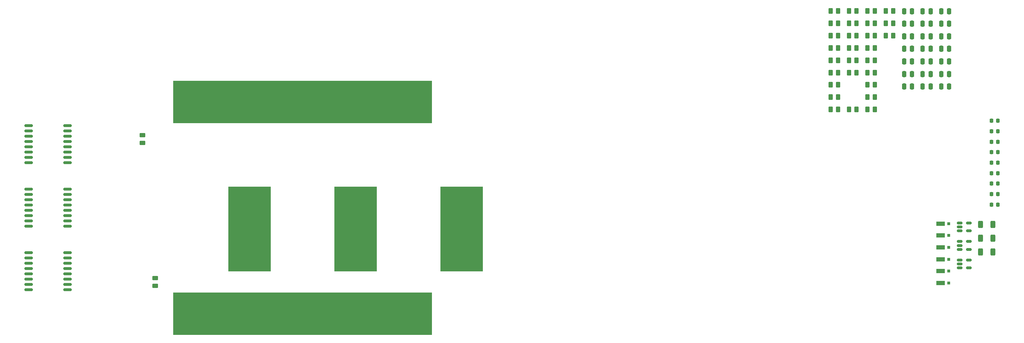
<source format=gbr>
%TF.GenerationSoftware,KiCad,Pcbnew,(7.0.0-0)*%
%TF.CreationDate,2023-06-28T09:11:27-07:00*%
%TF.ProjectId,Power Stage,506f7765-7220-4537-9461-67652e6b6963,rev?*%
%TF.SameCoordinates,Original*%
%TF.FileFunction,Soldermask,Top*%
%TF.FilePolarity,Negative*%
%FSLAX46Y46*%
G04 Gerber Fmt 4.6, Leading zero omitted, Abs format (unit mm)*
G04 Created by KiCad (PCBNEW (7.0.0-0)) date 2023-06-28 09:11:27*
%MOMM*%
%LPD*%
G01*
G04 APERTURE LIST*
G04 Aperture macros list*
%AMRoundRect*
0 Rectangle with rounded corners*
0 $1 Rounding radius*
0 $2 $3 $4 $5 $6 $7 $8 $9 X,Y pos of 4 corners*
0 Add a 4 corners polygon primitive as box body*
4,1,4,$2,$3,$4,$5,$6,$7,$8,$9,$2,$3,0*
0 Add four circle primitives for the rounded corners*
1,1,$1+$1,$2,$3*
1,1,$1+$1,$4,$5*
1,1,$1+$1,$6,$7*
1,1,$1+$1,$8,$9*
0 Add four rect primitives between the rounded corners*
20,1,$1+$1,$2,$3,$4,$5,0*
20,1,$1+$1,$4,$5,$6,$7,0*
20,1,$1+$1,$6,$7,$8,$9,0*
20,1,$1+$1,$8,$9,$2,$3,0*%
G04 Aperture macros list end*
%ADD10RoundRect,0.150000X-0.512500X-0.150000X0.512500X-0.150000X0.512500X0.150000X-0.512500X0.150000X0*%
%ADD11RoundRect,0.150000X-0.875000X-0.150000X0.875000X-0.150000X0.875000X0.150000X-0.875000X0.150000X0*%
%ADD12RoundRect,0.250000X-0.262500X-0.450000X0.262500X-0.450000X0.262500X0.450000X-0.262500X0.450000X0*%
%ADD13RoundRect,0.250000X-0.450000X0.262500X-0.450000X-0.262500X0.450000X-0.262500X0.450000X0.262500X0*%
%ADD14RoundRect,0.250000X-0.312500X-0.625000X0.312500X-0.625000X0.312500X0.625000X-0.312500X0.625000X0*%
%ADD15R,2.000000X1.100000*%
%ADD16R,0.800000X0.800000*%
%ADD17RoundRect,0.250000X-0.250000X-0.475000X0.250000X-0.475000X0.250000X0.475000X-0.250000X0.475000X0*%
%ADD18RoundRect,0.225000X-0.225000X-0.250000X0.225000X-0.250000X0.225000X0.250000X-0.225000X0.250000X0*%
G04 APERTURE END LIST*
G36*
X172212000Y-71120000D02*
G01*
X234188000Y-71120000D01*
X234188000Y-81280000D01*
X172212000Y-81280000D01*
X172212000Y-71120000D01*
G37*
G36*
X172212000Y-121920000D02*
G01*
X234188000Y-121920000D01*
X234188000Y-132080000D01*
X172212000Y-132080000D01*
X172212000Y-121920000D01*
G37*
G36*
X236220000Y-96520000D02*
G01*
X246380000Y-96520000D01*
X246380000Y-116840000D01*
X236220000Y-116840000D01*
X236220000Y-96520000D01*
G37*
G36*
X210820000Y-96520000D02*
G01*
X220980000Y-96520000D01*
X220980000Y-116840000D01*
X210820000Y-116840000D01*
X210820000Y-96520000D01*
G37*
G36*
X185420000Y-96520000D02*
G01*
X195580000Y-96520000D01*
X195580000Y-116840000D01*
X185420000Y-116840000D01*
X185420000Y-96520000D01*
G37*
D10*
%TO.C,U6*%
X360556500Y-114132000D03*
X360556500Y-115082000D03*
X360556500Y-116032000D03*
X362831500Y-116032000D03*
X362831500Y-114132000D03*
%TD*%
%TO.C,U5*%
X360556500Y-109682000D03*
X360556500Y-110632000D03*
X360556500Y-111582000D03*
X362831500Y-111582000D03*
X362831500Y-109682000D03*
%TD*%
%TO.C,U4*%
X360556500Y-105232000D03*
X360556500Y-106182000D03*
X360556500Y-107132000D03*
X362831500Y-107132000D03*
X362831500Y-105232000D03*
%TD*%
D11*
%TO.C,U3*%
X137590000Y-112395000D03*
X137590000Y-113665000D03*
X137590000Y-114935000D03*
X137590000Y-116205000D03*
X137590000Y-117475000D03*
X137590000Y-118745000D03*
X137590000Y-120015000D03*
X137590000Y-121285000D03*
X146890000Y-121285000D03*
X146890000Y-120015000D03*
X146890000Y-118745000D03*
X146890000Y-117475000D03*
X146890000Y-116205000D03*
X146890000Y-114935000D03*
X146890000Y-113665000D03*
X146890000Y-112395000D03*
%TD*%
%TO.C,U2*%
X146890000Y-97155000D03*
X146890000Y-98425000D03*
X146890000Y-99695000D03*
X146890000Y-100965000D03*
X146890000Y-102235000D03*
X146890000Y-103505000D03*
X146890000Y-104775000D03*
X146890000Y-106045000D03*
X137590000Y-106045000D03*
X137590000Y-104775000D03*
X137590000Y-103505000D03*
X137590000Y-102235000D03*
X137590000Y-100965000D03*
X137590000Y-99695000D03*
X137590000Y-98425000D03*
X137590000Y-97155000D03*
%TD*%
%TO.C,U1*%
X146890000Y-81915000D03*
X146890000Y-83185000D03*
X146890000Y-84455000D03*
X146890000Y-85725000D03*
X146890000Y-86995000D03*
X146890000Y-88265000D03*
X146890000Y-89535000D03*
X146890000Y-90805000D03*
X137590000Y-90805000D03*
X137590000Y-89535000D03*
X137590000Y-88265000D03*
X137590000Y-86995000D03*
X137590000Y-85725000D03*
X137590000Y-84455000D03*
X137590000Y-83185000D03*
X137590000Y-81915000D03*
%TD*%
D12*
%TO.C,R33*%
X342891500Y-60302000D03*
X344716500Y-60302000D03*
%TD*%
%TO.C,R32*%
X342891500Y-57352000D03*
X344716500Y-57352000D03*
%TD*%
%TO.C,R31*%
X342891500Y-54402000D03*
X344716500Y-54402000D03*
%TD*%
%TO.C,R30*%
X338481500Y-78002000D03*
X340306500Y-78002000D03*
%TD*%
%TO.C,R29*%
X338481500Y-75052000D03*
X340306500Y-75052000D03*
%TD*%
%TO.C,R28*%
X338481500Y-72102000D03*
X340306500Y-72102000D03*
%TD*%
%TO.C,R27*%
X338481500Y-69152000D03*
X340306500Y-69152000D03*
%TD*%
%TO.C,R26*%
X338481500Y-66202000D03*
X340306500Y-66202000D03*
%TD*%
%TO.C,R25*%
X338481500Y-63252000D03*
X340306500Y-63252000D03*
%TD*%
%TO.C,R24*%
X338481500Y-60302000D03*
X340306500Y-60302000D03*
%TD*%
%TO.C,R23*%
X338481500Y-57352000D03*
X340306500Y-57352000D03*
%TD*%
%TO.C,R22*%
X338481500Y-54402000D03*
X340306500Y-54402000D03*
%TD*%
%TO.C,R21*%
X334071500Y-78002000D03*
X335896500Y-78002000D03*
%TD*%
D13*
%TO.C,R20*%
X167894000Y-118467500D03*
X167894000Y-120292500D03*
%TD*%
%TO.C,R19*%
X164846000Y-84177500D03*
X164846000Y-86002500D03*
%TD*%
D12*
%TO.C,R18*%
X334071500Y-69152000D03*
X335896500Y-69152000D03*
%TD*%
%TO.C,R17*%
X334071500Y-66202000D03*
X335896500Y-66202000D03*
%TD*%
%TO.C,R16*%
X334071500Y-63252000D03*
X335896500Y-63252000D03*
%TD*%
%TO.C,R15*%
X334071500Y-60302000D03*
X335896500Y-60302000D03*
%TD*%
%TO.C,R14*%
X334071500Y-57352000D03*
X335896500Y-57352000D03*
%TD*%
%TO.C,R13*%
X334071500Y-54402000D03*
X335896500Y-54402000D03*
%TD*%
D14*
%TO.C,R12*%
X365611500Y-112182000D03*
X368536500Y-112182000D03*
%TD*%
%TO.C,R11*%
X365611500Y-108892000D03*
X368536500Y-108892000D03*
%TD*%
%TO.C,R10*%
X365611500Y-105602000D03*
X368536500Y-105602000D03*
%TD*%
D12*
%TO.C,R9*%
X329661500Y-78002000D03*
X331486500Y-78002000D03*
%TD*%
%TO.C,R8*%
X329661500Y-75052000D03*
X331486500Y-75052000D03*
%TD*%
%TO.C,R7*%
X329661500Y-72102000D03*
X331486500Y-72102000D03*
%TD*%
%TO.C,R6*%
X329661500Y-69152000D03*
X331486500Y-69152000D03*
%TD*%
%TO.C,R5*%
X329661500Y-66202000D03*
X331486500Y-66202000D03*
%TD*%
%TO.C,R4*%
X329661500Y-63252000D03*
X331486500Y-63252000D03*
%TD*%
%TO.C,R3*%
X329661500Y-60302000D03*
X331486500Y-60302000D03*
%TD*%
%TO.C,R2*%
X329661500Y-57352000D03*
X331486500Y-57352000D03*
%TD*%
%TO.C,R1*%
X329661500Y-54402000D03*
X331486500Y-54402000D03*
%TD*%
D15*
%TO.C,D6*%
X356048999Y-119631999D03*
D16*
X357948999Y-119631999D03*
%TD*%
D15*
%TO.C,D5*%
X356048999Y-116781999D03*
D16*
X357948999Y-116781999D03*
%TD*%
D15*
%TO.C,D4*%
X356048999Y-113931999D03*
D16*
X357948999Y-113931999D03*
%TD*%
D15*
%TO.C,D3*%
X356048999Y-111081999D03*
D16*
X357948999Y-111081999D03*
%TD*%
D15*
%TO.C,D2*%
X356048999Y-108231999D03*
D16*
X357948999Y-108231999D03*
%TD*%
D15*
%TO.C,D1*%
X356048999Y-105381999D03*
D16*
X357948999Y-105381999D03*
%TD*%
D17*
%TO.C,C30*%
X356184000Y-72492000D03*
X358084000Y-72492000D03*
%TD*%
%TO.C,C29*%
X356184000Y-69482000D03*
X358084000Y-69482000D03*
%TD*%
%TO.C,C28*%
X356184000Y-66472000D03*
X358084000Y-66472000D03*
%TD*%
%TO.C,C27*%
X356184000Y-63462000D03*
X358084000Y-63462000D03*
%TD*%
%TO.C,C26*%
X356184000Y-60452000D03*
X358084000Y-60452000D03*
%TD*%
%TO.C,C25*%
X356184000Y-57442000D03*
X358084000Y-57442000D03*
%TD*%
%TO.C,C24*%
X356184000Y-54432000D03*
X358084000Y-54432000D03*
%TD*%
%TO.C,C23*%
X351734000Y-72492000D03*
X353634000Y-72492000D03*
%TD*%
%TO.C,C22*%
X351734000Y-69482000D03*
X353634000Y-69482000D03*
%TD*%
%TO.C,C21*%
X351734000Y-66472000D03*
X353634000Y-66472000D03*
%TD*%
%TO.C,C20*%
X351734000Y-63462000D03*
X353634000Y-63462000D03*
%TD*%
%TO.C,C19*%
X351734000Y-60452000D03*
X353634000Y-60452000D03*
%TD*%
%TO.C,C18*%
X351734000Y-57442000D03*
X353634000Y-57442000D03*
%TD*%
%TO.C,C17*%
X351734000Y-54432000D03*
X353634000Y-54432000D03*
%TD*%
%TO.C,C16*%
X347284000Y-72492000D03*
X349184000Y-72492000D03*
%TD*%
D18*
%TO.C,C15*%
X368189000Y-100812000D03*
X369739000Y-100812000D03*
%TD*%
%TO.C,C14*%
X368189000Y-98302000D03*
X369739000Y-98302000D03*
%TD*%
%TO.C,C13*%
X368189000Y-95792000D03*
X369739000Y-95792000D03*
%TD*%
D17*
%TO.C,C12*%
X347284000Y-69482000D03*
X349184000Y-69482000D03*
%TD*%
%TO.C,C11*%
X347284000Y-66472000D03*
X349184000Y-66472000D03*
%TD*%
%TO.C,C10*%
X347284000Y-63462000D03*
X349184000Y-63462000D03*
%TD*%
D18*
%TO.C,C9*%
X368189000Y-93282000D03*
X369739000Y-93282000D03*
%TD*%
%TO.C,C8*%
X368189000Y-90772000D03*
X369739000Y-90772000D03*
%TD*%
%TO.C,C7*%
X368189000Y-88262000D03*
X369739000Y-88262000D03*
%TD*%
D17*
%TO.C,C6*%
X347284000Y-60452000D03*
X349184000Y-60452000D03*
%TD*%
%TO.C,C5*%
X347284000Y-57442000D03*
X349184000Y-57442000D03*
%TD*%
%TO.C,C4*%
X347284000Y-54432000D03*
X349184000Y-54432000D03*
%TD*%
D18*
%TO.C,C3*%
X368189000Y-85752000D03*
X369739000Y-85752000D03*
%TD*%
%TO.C,C2*%
X368189000Y-83242000D03*
X369739000Y-83242000D03*
%TD*%
%TO.C,C1*%
X368189000Y-80732000D03*
X369739000Y-80732000D03*
%TD*%
M02*

</source>
